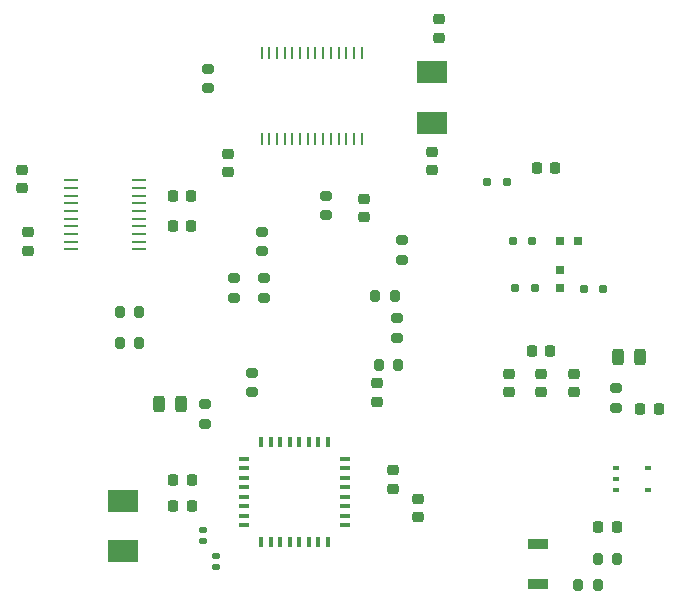
<source format=gbr>
%TF.GenerationSoftware,KiCad,Pcbnew,8.0.02-1-dev-e0381f25f7*%
%TF.CreationDate,2024-04-02T19:47:07-07:00*%
%TF.ProjectId,i2s_to_toslink_pcb,6932735f-746f-45f7-946f-736c696e6b5f,rev?*%
%TF.SameCoordinates,Original*%
%TF.FileFunction,Paste,Top*%
%TF.FilePolarity,Positive*%
%FSLAX46Y46*%
G04 Gerber Fmt 4.6, Leading zero omitted, Abs format (unit mm)*
G04 Created by KiCad (PCBNEW 8.0.02-1-dev-e0381f25f7) date 2024-04-02 19:47:07*
%MOMM*%
%LPD*%
G01*
G04 APERTURE LIST*
G04 Aperture macros list*
%AMRoundRect*
0 Rectangle with rounded corners*
0 $1 Rounding radius*
0 $2 $3 $4 $5 $6 $7 $8 $9 X,Y pos of 4 corners*
0 Add a 4 corners polygon primitive as box body*
4,1,4,$2,$3,$4,$5,$6,$7,$8,$9,$2,$3,0*
0 Add four circle primitives for the rounded corners*
1,1,$1+$1,$2,$3*
1,1,$1+$1,$4,$5*
1,1,$1+$1,$6,$7*
1,1,$1+$1,$8,$9*
0 Add four rect primitives between the rounded corners*
20,1,$1+$1,$2,$3,$4,$5,0*
20,1,$1+$1,$4,$5,$6,$7,0*
20,1,$1+$1,$6,$7,$8,$9,0*
20,1,$1+$1,$8,$9,$2,$3,0*%
G04 Aperture macros list end*
%ADD10R,2.600000X1.900000*%
%ADD11RoundRect,0.200000X-0.200000X-0.275000X0.200000X-0.275000X0.200000X0.275000X-0.200000X0.275000X0*%
%ADD12RoundRect,0.225000X0.250000X-0.225000X0.250000X0.225000X-0.250000X0.225000X-0.250000X-0.225000X0*%
%ADD13RoundRect,0.160000X-0.160000X-0.220000X0.160000X-0.220000X0.160000X0.220000X-0.160000X0.220000X0*%
%ADD14RoundRect,0.140000X-0.170000X0.140000X-0.170000X-0.140000X0.170000X-0.140000X0.170000X0.140000X0*%
%ADD15RoundRect,0.225000X0.225000X0.250000X-0.225000X0.250000X-0.225000X-0.250000X0.225000X-0.250000X0*%
%ADD16RoundRect,0.200000X0.275000X-0.200000X0.275000X0.200000X-0.275000X0.200000X-0.275000X-0.200000X0*%
%ADD17R,0.960000X0.330000*%
%ADD18R,0.330000X0.960000*%
%ADD19RoundRect,0.160000X0.160000X0.220000X-0.160000X0.220000X-0.160000X-0.220000X0.160000X-0.220000X0*%
%ADD20RoundRect,0.200000X-0.275000X0.200000X-0.275000X-0.200000X0.275000X-0.200000X0.275000X0.200000X0*%
%ADD21RoundRect,0.180000X-0.200000X0.180000X-0.200000X-0.180000X0.200000X-0.180000X0.200000X0.180000X0*%
%ADD22RoundRect,0.218750X0.218750X0.256250X-0.218750X0.256250X-0.218750X-0.256250X0.218750X-0.256250X0*%
%ADD23R,1.700000X0.900000*%
%ADD24RoundRect,0.225000X-0.250000X0.225000X-0.250000X-0.225000X0.250000X-0.225000X0.250000X0.225000X0*%
%ADD25RoundRect,0.243750X0.243750X0.456250X-0.243750X0.456250X-0.243750X-0.456250X0.243750X-0.456250X0*%
%ADD26R,0.586740X0.304800*%
%ADD27RoundRect,0.243750X-0.243750X-0.456250X0.243750X-0.456250X0.243750X0.456250X-0.243750X0.456250X0*%
%ADD28RoundRect,0.180000X-0.180000X-0.200000X0.180000X-0.200000X0.180000X0.200000X-0.180000X0.200000X0*%
%ADD29R,1.173260X0.252460*%
%ADD30R,0.259080X0.990600*%
%ADD31RoundRect,0.218750X-0.256250X0.218750X-0.256250X-0.218750X0.256250X-0.218750X0.256250X0.218750X0*%
%ADD32RoundRect,0.200000X0.200000X0.275000X-0.200000X0.275000X-0.200000X-0.275000X0.200000X-0.275000X0*%
G04 APERTURE END LIST*
D10*
%TO.C,Y1*%
X32800000Y-76266400D03*
X32800000Y-71966400D03*
%TD*%
D11*
%TO.C,R19*%
X32550000Y-58600000D03*
X34200000Y-58600000D03*
%TD*%
D12*
%TO.C,C18*%
X59600000Y-32750000D03*
X59600000Y-31200000D03*
%TD*%
D13*
%TO.C,R10*%
X65830200Y-49961400D03*
X67480200Y-49961400D03*
%TD*%
D14*
%TO.C,C10*%
X39600000Y-74440000D03*
X39600000Y-75400000D03*
%TD*%
D15*
%TO.C,C15*%
X38600000Y-48717200D03*
X37050000Y-48717200D03*
%TD*%
D16*
%TO.C,R14*%
X43750000Y-62800000D03*
X43750000Y-61150000D03*
%TD*%
D11*
%TO.C,R4*%
X54500000Y-60500000D03*
X56150000Y-60500000D03*
%TD*%
%TO.C,R6*%
X54175000Y-54600000D03*
X55825000Y-54600000D03*
%TD*%
D16*
%TO.C,R8*%
X56500000Y-51565000D03*
X56500000Y-49915000D03*
%TD*%
D15*
%TO.C,C8*%
X38658600Y-72418000D03*
X37108600Y-72418000D03*
%TD*%
D12*
%TO.C,C13*%
X24270000Y-45525000D03*
X24270000Y-43975000D03*
%TD*%
D17*
%TO.C,U2*%
X43111400Y-68424200D03*
X43111400Y-69224200D03*
X43111400Y-70024200D03*
X43111400Y-70824200D03*
X43111400Y-71624200D03*
X43111400Y-72424200D03*
X43111400Y-73224200D03*
X43111400Y-74024200D03*
D18*
X44561400Y-75474200D03*
X45361400Y-75474200D03*
X46161400Y-75474200D03*
X46961400Y-75474200D03*
X47761400Y-75474200D03*
X48561400Y-75474200D03*
X49361400Y-75474200D03*
X50161400Y-75474200D03*
D17*
X51611400Y-74024200D03*
X51611400Y-73224200D03*
X51611400Y-72424200D03*
X51611400Y-71624200D03*
X51611400Y-70824200D03*
X51611400Y-70024200D03*
X51611400Y-69224200D03*
X51611400Y-68424200D03*
D18*
X50161400Y-66974200D03*
X49361400Y-66974200D03*
X48561400Y-66974200D03*
X47761400Y-66974200D03*
X46961400Y-66974200D03*
X46161400Y-66974200D03*
X45361400Y-66974200D03*
X44561400Y-66974200D03*
%TD*%
D12*
%TO.C,C14*%
X24800000Y-50800000D03*
X24800000Y-49250000D03*
%TD*%
D13*
%TO.C,R12*%
X71850000Y-54000000D03*
X73500000Y-54000000D03*
%TD*%
D15*
%TO.C,C4*%
X69005000Y-59250000D03*
X67455000Y-59250000D03*
%TD*%
D19*
%TO.C,R13*%
X67708800Y-53949200D03*
X66058800Y-53949200D03*
%TD*%
D20*
%TO.C,R5*%
X56000000Y-56500000D03*
X56000000Y-58150000D03*
%TD*%
D21*
%TO.C,C23*%
X69830200Y-52412000D03*
X69830200Y-53962000D03*
%TD*%
D16*
%TO.C,R1*%
X44800000Y-54800000D03*
X44800000Y-53150000D03*
%TD*%
D13*
%TO.C,R11*%
X63675000Y-45000000D03*
X65325000Y-45000000D03*
%TD*%
D11*
%TO.C,R20*%
X32550000Y-56000000D03*
X34200000Y-56000000D03*
%TD*%
D22*
%TO.C,D2*%
X74637500Y-74150000D03*
X73062500Y-74150000D03*
%TD*%
D23*
%TO.C,SW1*%
X68000000Y-75650000D03*
X68000000Y-79050000D03*
%TD*%
D11*
%TO.C,R16*%
X71400000Y-79100000D03*
X73050000Y-79100000D03*
%TD*%
D14*
%TO.C,C11*%
X40732000Y-76640000D03*
X40732000Y-77600000D03*
%TD*%
D15*
%TO.C,C5*%
X78200000Y-64200000D03*
X76650000Y-64200000D03*
%TD*%
D20*
%TO.C,R9*%
X44600000Y-49200000D03*
X44600000Y-50850000D03*
%TD*%
D15*
%TO.C,C16*%
X38600000Y-46126400D03*
X37050000Y-46126400D03*
%TD*%
D24*
%TO.C,C12*%
X54300000Y-62025000D03*
X54300000Y-63575000D03*
%TD*%
D20*
%TO.C,R3*%
X42200000Y-53150000D03*
X42200000Y-54800000D03*
%TD*%
D12*
%TO.C,C6*%
X55667200Y-70950000D03*
X55667200Y-69400000D03*
%TD*%
D25*
%TO.C,D3*%
X76600000Y-59800000D03*
X74725000Y-59800000D03*
%TD*%
D26*
%TO.C,U1*%
X74569500Y-69184749D03*
X74569500Y-70134750D03*
X74569500Y-71084751D03*
X77300000Y-71084751D03*
X77300000Y-69184749D03*
%TD*%
D24*
%TO.C,C9*%
X57800000Y-71800000D03*
X57800000Y-73350000D03*
%TD*%
D27*
%TO.C,D1*%
X35862500Y-63800000D03*
X37737500Y-63800000D03*
%TD*%
D24*
%TO.C,C1*%
X68200000Y-61245000D03*
X68200000Y-62795000D03*
%TD*%
D15*
%TO.C,C21*%
X69422500Y-43800000D03*
X67872500Y-43800000D03*
%TD*%
D12*
%TO.C,C19*%
X53200000Y-47975000D03*
X53200000Y-46425000D03*
%TD*%
D28*
%TO.C,C22*%
X69842400Y-49961400D03*
X71392400Y-49961400D03*
%TD*%
D24*
%TO.C,C17*%
X58978800Y-42405000D03*
X58978800Y-43955000D03*
%TD*%
D29*
%TO.C,U3*%
X28412232Y-44827000D03*
X28412232Y-45477001D03*
X28412232Y-46126999D03*
X28412232Y-46777001D03*
X28412232Y-47426999D03*
X28412232Y-48077001D03*
X28412232Y-48726999D03*
X28412232Y-49377001D03*
X28412232Y-50026999D03*
X28412232Y-50677000D03*
X34163000Y-50677000D03*
X34163000Y-50026999D03*
X34163000Y-49377001D03*
X34163000Y-48726999D03*
X34163000Y-48077001D03*
X34163000Y-47426999D03*
X34163000Y-46777001D03*
X34163000Y-46126999D03*
X34163000Y-45477001D03*
X34163000Y-44827000D03*
%TD*%
D16*
%TO.C,R2*%
X39750000Y-65450000D03*
X39750000Y-63800000D03*
%TD*%
D10*
%TO.C,Y2*%
X58978000Y-35696000D03*
X58978000Y-39996000D03*
%TD*%
D20*
%TO.C,R18*%
X40000000Y-35375000D03*
X40000000Y-37025000D03*
%TD*%
D30*
%TO.C,U4*%
X44584001Y-41300400D03*
X45234002Y-41300400D03*
X45884001Y-41300400D03*
X46534002Y-41300400D03*
X47184000Y-41300400D03*
X47834002Y-41300400D03*
X48484000Y-41300400D03*
X49133999Y-41300400D03*
X49784000Y-41300400D03*
X50433999Y-41300400D03*
X51084000Y-41300400D03*
X51733999Y-41300400D03*
X52384000Y-41300400D03*
X53033999Y-41300400D03*
X53034001Y-34036000D03*
X52384000Y-34036000D03*
X51734001Y-34036000D03*
X51084000Y-34036000D03*
X50434002Y-34036000D03*
X49784000Y-34036000D03*
X49134002Y-34036000D03*
X48484000Y-34036000D03*
X47834002Y-34036000D03*
X47184000Y-34036000D03*
X46534002Y-34036000D03*
X45884001Y-34036000D03*
X45234002Y-34036000D03*
X44584001Y-34036000D03*
%TD*%
D20*
%TO.C,R17*%
X74600000Y-62465000D03*
X74600000Y-64115000D03*
%TD*%
D16*
%TO.C,R7*%
X50000000Y-47800000D03*
X50000000Y-46150000D03*
%TD*%
D31*
%TO.C,D4*%
X65500000Y-61225000D03*
X65500000Y-62800000D03*
%TD*%
D12*
%TO.C,C20*%
X41750000Y-44150000D03*
X41750000Y-42600000D03*
%TD*%
D24*
%TO.C,C2*%
X71000000Y-61225000D03*
X71000000Y-62775000D03*
%TD*%
D15*
%TO.C,C7*%
X38659600Y-70200000D03*
X37109600Y-70200000D03*
%TD*%
D32*
%TO.C,R15*%
X74700000Y-76900000D03*
X73050000Y-76900000D03*
%TD*%
M02*

</source>
